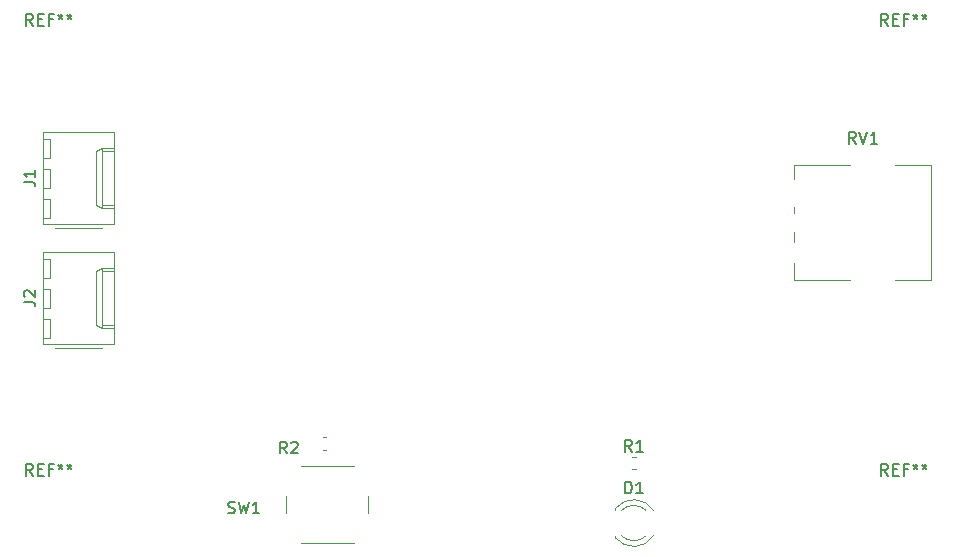
<source format=gbr>
G04 #@! TF.GenerationSoftware,KiCad,Pcbnew,(5.1.5-0-10_14)*
G04 #@! TF.CreationDate,2020-06-19T17:07:22+01:00*
G04 #@! TF.ProjectId,AIL_Workshop,41494c5f-576f-4726-9b73-686f702e6b69,rev?*
G04 #@! TF.SameCoordinates,Original*
G04 #@! TF.FileFunction,Legend,Top*
G04 #@! TF.FilePolarity,Positive*
%FSLAX46Y46*%
G04 Gerber Fmt 4.6, Leading zero omitted, Abs format (unit mm)*
G04 Created by KiCad (PCBNEW (5.1.5-0-10_14)) date 2020-06-19 17:07:22*
%MOMM*%
%LPD*%
G04 APERTURE LIST*
%ADD10C,0.120000*%
%ADD11C,0.150000*%
G04 APERTURE END LIST*
D10*
X148992335Y-101791392D02*
G75*
G03X145760000Y-101634484I-1672335J-1078608D01*
G01*
X148992335Y-103948608D02*
G75*
G02X145760000Y-104105516I-1672335J1078608D01*
G01*
X148361130Y-101790163D02*
G75*
G03X146279039Y-101790000I-1041130J-1079837D01*
G01*
X148361130Y-103949837D02*
G75*
G02X146279039Y-103950000I-1041130J1079837D01*
G01*
X145760000Y-101634000D02*
X145760000Y-101790000D01*
X145760000Y-103950000D02*
X145760000Y-104106000D01*
X97900000Y-70320000D02*
X97300000Y-70320000D01*
X97900000Y-71920000D02*
X97900000Y-70320000D01*
X97300000Y-71920000D02*
X97900000Y-71920000D01*
X97900000Y-72860000D02*
X97300000Y-72860000D01*
X97900000Y-74460000D02*
X97900000Y-72860000D01*
X97300000Y-74460000D02*
X97900000Y-74460000D01*
X97900000Y-75400000D02*
X97300000Y-75400000D01*
X97900000Y-77000000D02*
X97900000Y-75400000D01*
X97300000Y-77000000D02*
X97900000Y-77000000D01*
X103320000Y-71370000D02*
X102320000Y-71370000D01*
X103320000Y-75950000D02*
X102320000Y-75950000D01*
X101790000Y-71370000D02*
X102320000Y-71120000D01*
X101790000Y-75950000D02*
X101790000Y-71370000D01*
X102320000Y-76200000D02*
X101790000Y-75950000D01*
X102320000Y-71120000D02*
X103320000Y-71120000D01*
X102320000Y-76200000D02*
X102320000Y-71120000D01*
X103320000Y-76200000D02*
X102320000Y-76200000D01*
X98330000Y-77870000D02*
X102330000Y-77870000D01*
X97300000Y-69740000D02*
X97300000Y-77580000D01*
X103320000Y-69740000D02*
X97300000Y-69740000D01*
X103320000Y-77580000D02*
X103320000Y-69740000D01*
X97300000Y-77580000D02*
X103320000Y-77580000D01*
X97300000Y-87740000D02*
X103320000Y-87740000D01*
X103320000Y-87740000D02*
X103320000Y-79900000D01*
X103320000Y-79900000D02*
X97300000Y-79900000D01*
X97300000Y-79900000D02*
X97300000Y-87740000D01*
X98330000Y-88030000D02*
X102330000Y-88030000D01*
X103320000Y-86360000D02*
X102320000Y-86360000D01*
X102320000Y-86360000D02*
X102320000Y-81280000D01*
X102320000Y-81280000D02*
X103320000Y-81280000D01*
X102320000Y-86360000D02*
X101790000Y-86110000D01*
X101790000Y-86110000D02*
X101790000Y-81530000D01*
X101790000Y-81530000D02*
X102320000Y-81280000D01*
X103320000Y-86110000D02*
X102320000Y-86110000D01*
X103320000Y-81530000D02*
X102320000Y-81530000D01*
X97300000Y-87160000D02*
X97900000Y-87160000D01*
X97900000Y-87160000D02*
X97900000Y-85560000D01*
X97900000Y-85560000D02*
X97300000Y-85560000D01*
X97300000Y-84620000D02*
X97900000Y-84620000D01*
X97900000Y-84620000D02*
X97900000Y-83020000D01*
X97900000Y-83020000D02*
X97300000Y-83020000D01*
X97300000Y-82080000D02*
X97900000Y-82080000D01*
X97900000Y-82080000D02*
X97900000Y-80480000D01*
X97900000Y-80480000D02*
X97300000Y-80480000D01*
X147157221Y-97280000D02*
X147482779Y-97280000D01*
X147157221Y-98300000D02*
X147482779Y-98300000D01*
X121295279Y-95625001D02*
X120969721Y-95625001D01*
X121295279Y-96645001D02*
X120969721Y-96645001D01*
X172490000Y-82300000D02*
X172490000Y-72560000D01*
X160900000Y-82300000D02*
X160900000Y-80810000D01*
X169430000Y-82300000D02*
X172490000Y-82300000D01*
X160900000Y-72550000D02*
X165620000Y-72550000D01*
X169430000Y-72560000D02*
X172490000Y-72560000D01*
X160900000Y-82300000D02*
X165620000Y-82300000D01*
X160900000Y-73740000D02*
X160900000Y-72560000D01*
X160900000Y-76640000D02*
X160900000Y-76110000D01*
X160900000Y-79090000D02*
X160900000Y-78260000D01*
X119110000Y-104560000D02*
X123610000Y-104560000D01*
X117860000Y-100560000D02*
X117860000Y-102060000D01*
X123610000Y-98060000D02*
X119110000Y-98060000D01*
X124860000Y-102060000D02*
X124860000Y-100560000D01*
D11*
X96456666Y-60752380D02*
X96123333Y-60276190D01*
X95885238Y-60752380D02*
X95885238Y-59752380D01*
X96266190Y-59752380D01*
X96361428Y-59800000D01*
X96409047Y-59847619D01*
X96456666Y-59942857D01*
X96456666Y-60085714D01*
X96409047Y-60180952D01*
X96361428Y-60228571D01*
X96266190Y-60276190D01*
X95885238Y-60276190D01*
X96885238Y-60228571D02*
X97218571Y-60228571D01*
X97361428Y-60752380D02*
X96885238Y-60752380D01*
X96885238Y-59752380D01*
X97361428Y-59752380D01*
X98123333Y-60228571D02*
X97790000Y-60228571D01*
X97790000Y-60752380D02*
X97790000Y-59752380D01*
X98266190Y-59752380D01*
X98790000Y-59752380D02*
X98790000Y-59990476D01*
X98551904Y-59895238D02*
X98790000Y-59990476D01*
X99028095Y-59895238D01*
X98647142Y-60180952D02*
X98790000Y-59990476D01*
X98932857Y-60180952D01*
X99551904Y-59752380D02*
X99551904Y-59990476D01*
X99313809Y-59895238D02*
X99551904Y-59990476D01*
X99790000Y-59895238D01*
X99409047Y-60180952D02*
X99551904Y-59990476D01*
X99694761Y-60180952D01*
X96456666Y-98852380D02*
X96123333Y-98376190D01*
X95885238Y-98852380D02*
X95885238Y-97852380D01*
X96266190Y-97852380D01*
X96361428Y-97900000D01*
X96409047Y-97947619D01*
X96456666Y-98042857D01*
X96456666Y-98185714D01*
X96409047Y-98280952D01*
X96361428Y-98328571D01*
X96266190Y-98376190D01*
X95885238Y-98376190D01*
X96885238Y-98328571D02*
X97218571Y-98328571D01*
X97361428Y-98852380D02*
X96885238Y-98852380D01*
X96885238Y-97852380D01*
X97361428Y-97852380D01*
X98123333Y-98328571D02*
X97790000Y-98328571D01*
X97790000Y-98852380D02*
X97790000Y-97852380D01*
X98266190Y-97852380D01*
X98790000Y-97852380D02*
X98790000Y-98090476D01*
X98551904Y-97995238D02*
X98790000Y-98090476D01*
X99028095Y-97995238D01*
X98647142Y-98280952D02*
X98790000Y-98090476D01*
X98932857Y-98280952D01*
X99551904Y-97852380D02*
X99551904Y-98090476D01*
X99313809Y-97995238D02*
X99551904Y-98090476D01*
X99790000Y-97995238D01*
X99409047Y-98280952D02*
X99551904Y-98090476D01*
X99694761Y-98280952D01*
X168846666Y-98852380D02*
X168513333Y-98376190D01*
X168275238Y-98852380D02*
X168275238Y-97852380D01*
X168656190Y-97852380D01*
X168751428Y-97900000D01*
X168799047Y-97947619D01*
X168846666Y-98042857D01*
X168846666Y-98185714D01*
X168799047Y-98280952D01*
X168751428Y-98328571D01*
X168656190Y-98376190D01*
X168275238Y-98376190D01*
X169275238Y-98328571D02*
X169608571Y-98328571D01*
X169751428Y-98852380D02*
X169275238Y-98852380D01*
X169275238Y-97852380D01*
X169751428Y-97852380D01*
X170513333Y-98328571D02*
X170180000Y-98328571D01*
X170180000Y-98852380D02*
X170180000Y-97852380D01*
X170656190Y-97852380D01*
X171180000Y-97852380D02*
X171180000Y-98090476D01*
X170941904Y-97995238D02*
X171180000Y-98090476D01*
X171418095Y-97995238D01*
X171037142Y-98280952D02*
X171180000Y-98090476D01*
X171322857Y-98280952D01*
X171941904Y-97852380D02*
X171941904Y-98090476D01*
X171703809Y-97995238D02*
X171941904Y-98090476D01*
X172180000Y-97995238D01*
X171799047Y-98280952D02*
X171941904Y-98090476D01*
X172084761Y-98280952D01*
X168846666Y-60752380D02*
X168513333Y-60276190D01*
X168275238Y-60752380D02*
X168275238Y-59752380D01*
X168656190Y-59752380D01*
X168751428Y-59800000D01*
X168799047Y-59847619D01*
X168846666Y-59942857D01*
X168846666Y-60085714D01*
X168799047Y-60180952D01*
X168751428Y-60228571D01*
X168656190Y-60276190D01*
X168275238Y-60276190D01*
X169275238Y-60228571D02*
X169608571Y-60228571D01*
X169751428Y-60752380D02*
X169275238Y-60752380D01*
X169275238Y-59752380D01*
X169751428Y-59752380D01*
X170513333Y-60228571D02*
X170180000Y-60228571D01*
X170180000Y-60752380D02*
X170180000Y-59752380D01*
X170656190Y-59752380D01*
X171180000Y-59752380D02*
X171180000Y-59990476D01*
X170941904Y-59895238D02*
X171180000Y-59990476D01*
X171418095Y-59895238D01*
X171037142Y-60180952D02*
X171180000Y-59990476D01*
X171322857Y-60180952D01*
X171941904Y-59752380D02*
X171941904Y-59990476D01*
X171703809Y-59895238D02*
X171941904Y-59990476D01*
X172180000Y-59895238D01*
X171799047Y-60180952D02*
X171941904Y-59990476D01*
X172084761Y-60180952D01*
X146581904Y-100362380D02*
X146581904Y-99362380D01*
X146820000Y-99362380D01*
X146962857Y-99410000D01*
X147058095Y-99505238D01*
X147105714Y-99600476D01*
X147153333Y-99790952D01*
X147153333Y-99933809D01*
X147105714Y-100124285D01*
X147058095Y-100219523D01*
X146962857Y-100314761D01*
X146820000Y-100362380D01*
X146581904Y-100362380D01*
X148105714Y-100362380D02*
X147534285Y-100362380D01*
X147820000Y-100362380D02*
X147820000Y-99362380D01*
X147724761Y-99505238D01*
X147629523Y-99600476D01*
X147534285Y-99648095D01*
X95662380Y-73993333D02*
X96376666Y-73993333D01*
X96519523Y-74040952D01*
X96614761Y-74136190D01*
X96662380Y-74279047D01*
X96662380Y-74374285D01*
X96662380Y-72993333D02*
X96662380Y-73564761D01*
X96662380Y-73279047D02*
X95662380Y-73279047D01*
X95805238Y-73374285D01*
X95900476Y-73469523D01*
X95948095Y-73564761D01*
X95662380Y-84153333D02*
X96376666Y-84153333D01*
X96519523Y-84200952D01*
X96614761Y-84296190D01*
X96662380Y-84439047D01*
X96662380Y-84534285D01*
X95757619Y-83724761D02*
X95710000Y-83677142D01*
X95662380Y-83581904D01*
X95662380Y-83343809D01*
X95710000Y-83248571D01*
X95757619Y-83200952D01*
X95852857Y-83153333D01*
X95948095Y-83153333D01*
X96090952Y-83200952D01*
X96662380Y-83772380D01*
X96662380Y-83153333D01*
X147153333Y-96812380D02*
X146820000Y-96336190D01*
X146581904Y-96812380D02*
X146581904Y-95812380D01*
X146962857Y-95812380D01*
X147058095Y-95860000D01*
X147105714Y-95907619D01*
X147153333Y-96002857D01*
X147153333Y-96145714D01*
X147105714Y-96240952D01*
X147058095Y-96288571D01*
X146962857Y-96336190D01*
X146581904Y-96336190D01*
X148105714Y-96812380D02*
X147534285Y-96812380D01*
X147820000Y-96812380D02*
X147820000Y-95812380D01*
X147724761Y-95955238D01*
X147629523Y-96050476D01*
X147534285Y-96098095D01*
X117943333Y-96972380D02*
X117610000Y-96496190D01*
X117371904Y-96972380D02*
X117371904Y-95972380D01*
X117752857Y-95972380D01*
X117848095Y-96020000D01*
X117895714Y-96067619D01*
X117943333Y-96162857D01*
X117943333Y-96305714D01*
X117895714Y-96400952D01*
X117848095Y-96448571D01*
X117752857Y-96496190D01*
X117371904Y-96496190D01*
X118324285Y-96067619D02*
X118371904Y-96020000D01*
X118467142Y-95972380D01*
X118705238Y-95972380D01*
X118800476Y-96020000D01*
X118848095Y-96067619D01*
X118895714Y-96162857D01*
X118895714Y-96258095D01*
X118848095Y-96400952D01*
X118276666Y-96972380D01*
X118895714Y-96972380D01*
X166134761Y-70742380D02*
X165801428Y-70266190D01*
X165563333Y-70742380D02*
X165563333Y-69742380D01*
X165944285Y-69742380D01*
X166039523Y-69790000D01*
X166087142Y-69837619D01*
X166134761Y-69932857D01*
X166134761Y-70075714D01*
X166087142Y-70170952D01*
X166039523Y-70218571D01*
X165944285Y-70266190D01*
X165563333Y-70266190D01*
X166420476Y-69742380D02*
X166753809Y-70742380D01*
X167087142Y-69742380D01*
X167944285Y-70742380D02*
X167372857Y-70742380D01*
X167658571Y-70742380D02*
X167658571Y-69742380D01*
X167563333Y-69885238D01*
X167468095Y-69980476D01*
X167372857Y-70028095D01*
X112966666Y-102004761D02*
X113109523Y-102052380D01*
X113347619Y-102052380D01*
X113442857Y-102004761D01*
X113490476Y-101957142D01*
X113538095Y-101861904D01*
X113538095Y-101766666D01*
X113490476Y-101671428D01*
X113442857Y-101623809D01*
X113347619Y-101576190D01*
X113157142Y-101528571D01*
X113061904Y-101480952D01*
X113014285Y-101433333D01*
X112966666Y-101338095D01*
X112966666Y-101242857D01*
X113014285Y-101147619D01*
X113061904Y-101100000D01*
X113157142Y-101052380D01*
X113395238Y-101052380D01*
X113538095Y-101100000D01*
X113871428Y-101052380D02*
X114109523Y-102052380D01*
X114300000Y-101338095D01*
X114490476Y-102052380D01*
X114728571Y-101052380D01*
X115633333Y-102052380D02*
X115061904Y-102052380D01*
X115347619Y-102052380D02*
X115347619Y-101052380D01*
X115252380Y-101195238D01*
X115157142Y-101290476D01*
X115061904Y-101338095D01*
M02*

</source>
